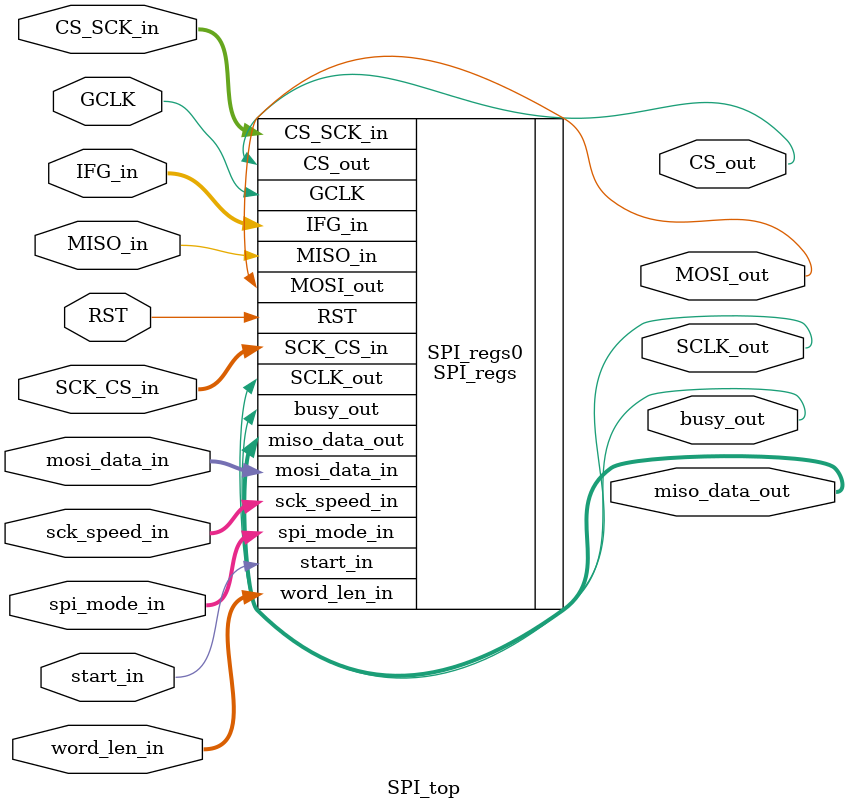
<source format=sv>
`include "SPI_regs.sv"

module SPI_top (
    input GCLK,
    input RST,
    //
    input  start_in,
    output busy_out,
    //
    input [1:0] spi_mode_in,
    input [1:0] sck_speed_in,
    input [1:0] word_len_in,
    //
    input [7:0] IFG_in,
    input [7:0] CS_SCK_in,
    input [7:0] SCK_CS_in,
    //
    input  [31:0] mosi_data_in,
    output [31:0] miso_data_out,

    input  MISO_in,
    output MOSI_out,
    output SCLK_out,
    output CS_out
);

SPI_regs SPI_regs0 (
    .GCLK (GCLK),
    .RST  (RST),
    .start_in  (start_in),
    .busy_out  (busy_out),
    .spi_mode_in   (spi_mode_in),
    .sck_speed_in  (sck_speed_in),
    .word_len_in   (word_len_in),
    .IFG_in     (IFG_in),
    .CS_SCK_in  (CS_SCK_in),
    .SCK_CS_in  (SCK_CS_in),
    .mosi_data_in  (mosi_data_in),
    .miso_data_out (miso_data_out),
    .MISO_in (MISO_in),
    .MOSI_out (MOSI_out),
    .SCLK_out (SCLK_out),
    .CS_out (CS_out)
);

endmodule
</source>
